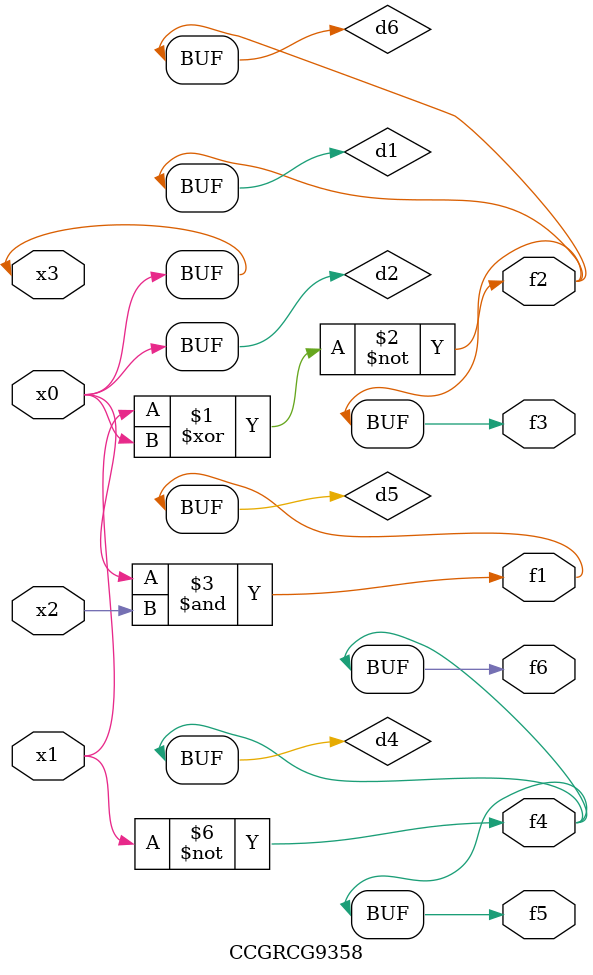
<source format=v>
module CCGRCG9358(
	input x0, x1, x2, x3,
	output f1, f2, f3, f4, f5, f6
);

	wire d1, d2, d3, d4, d5, d6;

	xnor (d1, x1, x3);
	buf (d2, x0, x3);
	nand (d3, x0, x2);
	not (d4, x1);
	nand (d5, d3);
	or (d6, d1);
	assign f1 = d5;
	assign f2 = d6;
	assign f3 = d6;
	assign f4 = d4;
	assign f5 = d4;
	assign f6 = d4;
endmodule

</source>
